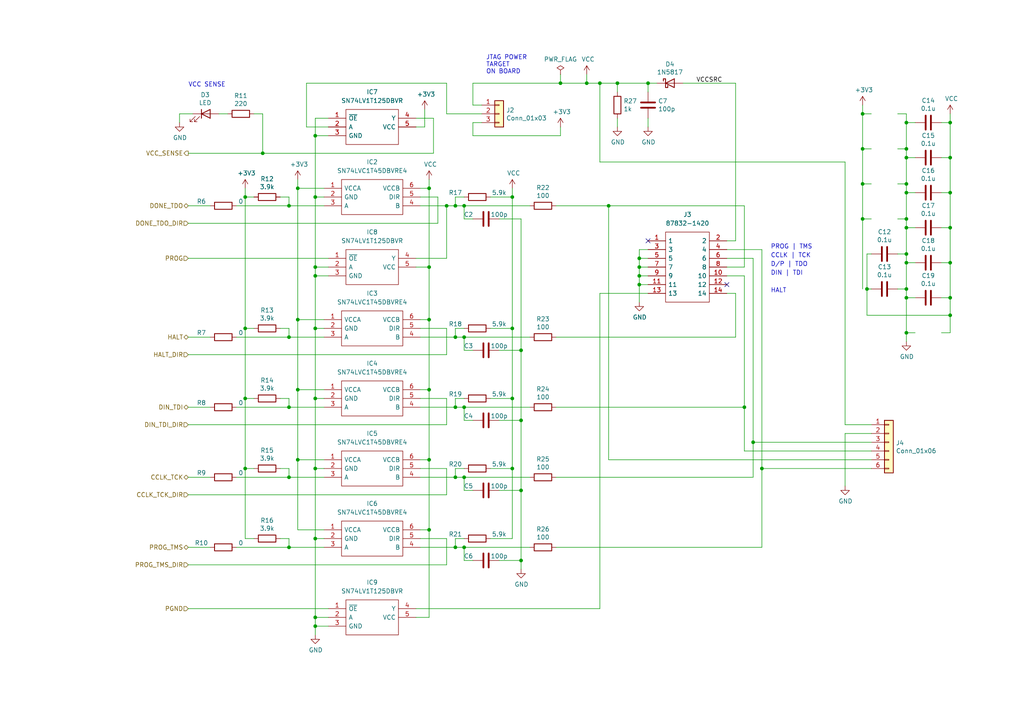
<source format=kicad_sch>
(kicad_sch (version 20211123) (generator eeschema)
  (paper "A4")
  (lib_symbols
    (symbol "87832-1420_1" (pin_names (offset 0.762))
      (property "Reference" "J" (at 19.05 7.62 0))
      (property "Value" "87832-1420_1" (at 19.05 5.08 0))
      (symbol "87832-1420_1_0_0"
        (pin passive line (at 0 0 0) (length 5.08) (name "1") (number "1"))
        (pin passive line (at 22.86 -10.16 180) (length 5.08) (name "10") (number "10"))
        (pin passive line (at 0 -12.7 0) (length 5.08) (name "11") (number "11"))
        (pin passive line (at 22.86 -12.7 180) (length 5.08) (name "12") (number "12"))
        (pin passive line (at 0 -15.24 0) (length 5.08) (name "13") (number "13"))
        (pin passive line (at 22.86 -15.24 180) (length 5.08) (name "14") (number "14"))
        (pin passive line (at 22.86 0 180) (length 5.08) (name "2") (number "2"))
        (pin passive line (at 0 -2.54 0) (length 5.08) (name "3") (number "3"))
        (pin passive line (at 22.86 -2.54 180) (length 5.08) (name "4") (number "4"))
        (pin passive line (at 0 -5.08 0) (length 5.08) (name "5") (number "5"))
        (pin passive line (at 22.86 -5.08 180) (length 5.08) (name "6") (number "6"))
        (pin passive line (at 0 -7.62 0) (length 5.08) (name "7") (number "7"))
        (pin passive line (at 22.86 -7.62 180) (length 5.08) (name "8") (number "8"))
        (pin passive line (at 0 -10.16 0) (length 5.08) (name "9") (number "9"))
      )
      (symbol "87832-1420_1_0_1"
        (polyline (pts (xy 5.08 2.54) (xy 17.78 2.54) (xy 17.78 -17.78) (xy 5.08 -17.78) (xy 5.08 2.54)) (stroke (width 0.1524)))
      )
    )
    (symbol "Connector_Generic:Conn_01x03" (pin_names (offset 1.016) hide)
      (property "Reference" "J" (at 0 5.08 0))
      (property "Value" "Conn_01x03" (at 0 -5.08 0))
      (symbol "Conn_01x03_1_1"
        (rectangle (start -1.27 -2.413) (end 0 -2.667) (stroke (width 0.1524)))
        (rectangle (start -1.27 0.127) (end 0 -0.127) (stroke (width 0.1524)))
        (rectangle (start -1.27 2.667) (end 0 2.413) (stroke (width 0.1524)))
        (rectangle (start -1.27 3.81) (end 1.27 -3.81) (stroke (width 0.254)) (fill (type background)))
        (pin passive line (at -5.08 2.54 0) (length 3.81) (name "Pin_1") (number "1"))
        (pin passive line (at -5.08 0 0) (length 3.81) (name "Pin_2") (number "2"))
        (pin passive line (at -5.08 -2.54 0) (length 3.81) (name "Pin_3") (number "3"))
      )
    )
    (symbol "Connector_Generic:Conn_01x06" (pin_names (offset 1.016) hide)
      (property "Reference" "J" (at 0 7.62 0))
      (property "Value" "Conn_01x06" (at 0 -10.16 0))
      (symbol "Conn_01x06_1_1"
        (rectangle (start -1.27 -7.493) (end 0 -7.747) (stroke (width 0.1524)))
        (rectangle (start -1.27 -4.953) (end 0 -5.207) (stroke (width 0.1524)))
        (rectangle (start -1.27 -2.413) (end 0 -2.667) (stroke (width 0.1524)))
        (rectangle (start -1.27 0.127) (end 0 -0.127) (stroke (width 0.1524)))
        (rectangle (start -1.27 2.667) (end 0 2.413) (stroke (width 0.1524)))
        (rectangle (start -1.27 5.207) (end 0 4.953) (stroke (width 0.1524)))
        (rectangle (start -1.27 6.35) (end 1.27 -8.89) (stroke (width 0.254)) (fill (type background)))
        (pin passive line (at -5.08 5.08 0) (length 3.81) (name "Pin_1") (number "1"))
        (pin passive line (at -5.08 2.54 0) (length 3.81) (name "Pin_2") (number "2"))
        (pin passive line (at -5.08 0 0) (length 3.81) (name "Pin_3") (number "3"))
        (pin passive line (at -5.08 -2.54 0) (length 3.81) (name "Pin_4") (number "4"))
        (pin passive line (at -5.08 -5.08 0) (length 3.81) (name "Pin_5") (number "5"))
        (pin passive line (at -5.08 -7.62 0) (length 3.81) (name "Pin_6") (number "6"))
      )
    )
    (symbol "Device:C" (pin_numbers hide) (pin_names (offset 0.254))
      (property "Reference" "C" (at 0.635 2.54 0))
      (property "Value" "C" (at 0.635 -2.54 0))
      (symbol "C_0_1"
        (polyline (pts (xy -2.032 -0.762) (xy 2.032 -0.762)) (stroke (width 0.508)))
        (polyline (pts (xy -2.032 0.762) (xy 2.032 0.762)) (stroke (width 0.508)))
      )
      (symbol "C_1_1"
        (pin passive line (at 0 3.81 270) (length 2.794) (name "~") (number "1"))
        (pin passive line (at 0 -3.81 90) (length 2.794) (name "~") (number "2"))
      )
    )
    (symbol "Device:LED" (pin_numbers hide) (pin_names (offset 1.016) hide)
      (property "Reference" "D" (at 0 2.54 0))
      (property "Value" "LED" (at 0 -2.54 0))
      (symbol "LED_0_1"
        (polyline (pts (xy -1.27 -1.27) (xy -1.27 1.27)) (stroke (width 0.254)))
        (polyline (pts (xy -1.27 0) (xy 1.27 0)))
        (polyline (pts (xy 1.27 -1.27) (xy 1.27 1.27) (xy -1.27 0) (xy 1.27 -1.27)) (stroke (width 0.254)))
        (polyline (pts (xy -3.048 -0.762) (xy -4.572 -2.286) (xy -3.81 -2.286) (xy -4.572 -2.286) (xy -4.572 -1.524)))
        (polyline (pts (xy -1.778 -0.762) (xy -3.302 -2.286) (xy -2.54 -2.286) (xy -3.302 -2.286) (xy -3.302 -1.524)))
      )
      (symbol "LED_1_1"
        (pin passive line (at -3.81 0 0) (length 2.54) (name "K") (number "1"))
        (pin passive line (at 3.81 0 180) (length 2.54) (name "A") (number "2"))
      )
    )
    (symbol "Device:R" (pin_numbers hide) (pin_names (offset 0))
      (property "Reference" "R" (at 2.032 0 90))
      (property "Value" "R" (at 0 0 90))
      (symbol "R_0_1"
        (rectangle (start -1.016 -2.54) (end 1.016 2.54) (stroke (width 0.254)))
      )
      (symbol "R_1_1"
        (pin passive line (at 0 3.81 270) (length 1.27) (name "~") (number "1"))
        (pin passive line (at 0 -3.81 90) (length 1.27) (name "~") (number "2"))
      )
    )
    (symbol "Diode:1N5817" (pin_numbers hide) (pin_names (offset 1.016) hide)
      (property "Reference" "D" (at 0 2.54 0))
      (property "Value" "1N5817" (at 0 -2.54 0))
      (symbol "1N5817_0_1"
        (polyline (pts (xy 1.27 0) (xy -1.27 0)))
        (polyline (pts (xy 1.27 1.27) (xy 1.27 -1.27) (xy -1.27 0) (xy 1.27 1.27)) (stroke (width 0.254)))
        (polyline (pts (xy -1.905 0.635) (xy -1.905 1.27) (xy -1.27 1.27) (xy -1.27 -1.27) (xy -0.635 -1.27) (xy -0.635 -0.635)) (stroke (width 0.254)))
      )
      (symbol "1N5817_1_1"
        (pin passive line (at -3.81 0 0) (length 2.54) (name "K") (number "1"))
        (pin passive line (at 3.81 0 180) (length 2.54) (name "A") (number "2"))
      )
    )
    (symbol "SN74LV1T125DBVR_1" (pin_names (offset 0.762))
      (property "Reference" "IC" (at 21.59 7.62 0))
      (property "Value" "SN74LV1T125DBVR_1" (at 21.59 5.08 0))
      (symbol "SN74LV1T125DBVR_1_0_0"
        (pin passive line (at 0 0 0) (length 5.08) (name "~{OE}") (number "1"))
        (pin passive line (at 0 -2.54 0) (length 5.08) (name "A") (number "2"))
        (pin passive line (at 0 -5.08 0) (length 5.08) (name "GND") (number "3"))
        (pin passive line (at 25.4 0 180) (length 5.08) (name "Y") (number "4"))
        (pin passive line (at 25.4 -2.54 180) (length 5.08) (name "VCC") (number "5"))
      )
      (symbol "SN74LV1T125DBVR_1_0_1"
        (polyline (pts (xy 5.08 2.54) (xy 20.32 2.54) (xy 20.32 -7.62) (xy 5.08 -7.62) (xy 5.08 2.54)) (stroke (width 0.1524)))
      )
    )
    (symbol "SN74LVC1T45DBVRE4_1" (pin_names (offset 0.762))
      (property "Reference" "IC" (at 24.13 7.62 0))
      (property "Value" "SN74LVC1T45DBVRE4_1" (at 24.13 5.08 0))
      (symbol "SN74LVC1T45DBVRE4_1_0_0"
        (pin passive line (at 0 0 0) (length 5.08) (name "VCCA") (number "1"))
        (pin passive line (at 0 -2.54 0) (length 5.08) (name "GND") (number "2"))
        (pin passive line (at 0 -5.08 0) (length 5.08) (name "A") (number "3"))
        (pin passive line (at 27.94 -5.08 180) (length 5.08) (name "B") (number "4"))
        (pin passive line (at 27.94 -2.54 180) (length 5.08) (name "DIR") (number "5"))
        (pin passive line (at 27.94 0 180) (length 5.08) (name "VCCB") (number "6"))
      )
      (symbol "SN74LVC1T45DBVRE4_1_0_1"
        (polyline (pts (xy 5.08 2.54) (xy 22.86 2.54) (xy 22.86 -7.62) (xy 5.08 -7.62) (xy 5.08 2.54)) (stroke (width 0.1524)))
      )
    )
    (symbol "power:+3.3V" (power) (pin_names (offset 0))
      (property "Value" "+3.3V" (at 0 3.556 0))
      (symbol "+3.3V_0_1"
        (polyline (pts (xy -0.762 1.27) (xy 0 2.54)))
        (polyline (pts (xy 0 0) (xy 0 2.54)))
        (polyline (pts (xy 0 2.54) (xy 0.762 1.27)))
      )
      (symbol "+3.3V_1_1"
        (pin power_in line (at 0 0 90) (length 0) hide (name "+3V3") (number "1"))
      )
    )
    (symbol "power:GND" (power) (pin_names (offset 0))
      (property "Value" "GND" (at 0 -3.81 0))
      (symbol "GND_0_1"
        (polyline (pts (xy 0 0) (xy 0 -1.27) (xy 1.27 -1.27) (xy 0 -2.54) (xy -1.27 -1.27) (xy 0 -1.27)))
      )
      (symbol "GND_1_1"
        (pin power_in line (at 0 0 270) (length 0) hide (name "GND") (number "1"))
      )
    )
    (symbol "power:PWR_FLAG" (power) (pin_numbers hide) (pin_names (offset 0) hide)
      (property "Value" "PWR_FLAG" (at 0 3.81 0))
      (symbol "PWR_FLAG_0_0"
        (pin power_out line (at 0 0 90) (length 0) (name "pwr") (number "1"))
      )
      (symbol "PWR_FLAG_0_1"
        (polyline (pts (xy 0 0) (xy 0 1.27) (xy -1.016 1.905) (xy 0 2.54) (xy 1.016 1.905) (xy 0 1.27)))
      )
    )
    (symbol "power:VCC" (power) (pin_names (offset 0))
      (property "Value" "VCC" (at 0 3.81 0))
      (symbol "VCC_0_1"
        (polyline (pts (xy -0.762 1.27) (xy 0 2.54)))
        (polyline (pts (xy 0 0) (xy 0 2.54)))
        (polyline (pts (xy 0 2.54) (xy 0.762 1.27)))
      )
      (symbol "VCC_1_1"
        (pin power_in line (at 0 0 90) (length 0) hide (name "VCC") (number "1"))
      )
    )
  )
  (junction (at 134.62 97.79))
  (junction (at 151.13 142.24))
  (junction (at 262.89 53.34))
  (junction (at 124.46 92.71))
  (junction (at 148.59 115.57))
  (junction (at 262.89 66.04))
  (junction (at 262.89 55.88))
  (junction (at 250.19 33.02))
  (junction (at 262.89 45.72))
  (junction (at 187.96 24.13))
  (junction (at 86.36 133.35))
  (junction (at 132.08 158.75))
  (junction (at 83.82 118.11))
  (junction (at 151.13 101.6))
  (junction (at 275.59 91.44))
  (junction (at 83.82 138.43))
  (junction (at 262.89 83.82))
  (junction (at 275.59 35.56))
  (junction (at 215.9 118.11))
  (junction (at 91.44 156.21))
  (junction (at 134.62 59.69))
  (junction (at 262.89 86.36))
  (junction (at 148.59 135.89))
  (junction (at 170.18 24.13))
  (junction (at 91.44 95.25))
  (junction (at 76.2 44.45))
  (junction (at 132.08 138.43))
  (junction (at 262.89 63.5))
  (junction (at 176.53 59.69))
  (junction (at 151.13 121.92))
  (junction (at 262.89 73.66))
  (junction (at 71.12 115.57))
  (junction (at 218.44 128.27))
  (junction (at 124.46 133.35))
  (junction (at 262.89 43.18))
  (junction (at 185.42 82.55))
  (junction (at 71.12 57.15))
  (junction (at 173.99 24.13))
  (junction (at 91.44 115.57))
  (junction (at 251.46 83.82))
  (junction (at 185.42 77.47))
  (junction (at 275.59 76.2))
  (junction (at 83.82 59.69))
  (junction (at 124.46 113.03))
  (junction (at 275.59 66.04))
  (junction (at 91.44 179.07))
  (junction (at 275.59 86.36))
  (junction (at 134.62 138.43))
  (junction (at 86.36 113.03))
  (junction (at 124.46 77.47))
  (junction (at 83.82 97.79))
  (junction (at 134.62 118.11))
  (junction (at 162.56 24.13))
  (junction (at 91.44 135.89))
  (junction (at 151.13 162.56))
  (junction (at 91.44 39.37))
  (junction (at 275.59 55.88))
  (junction (at 148.59 57.15))
  (junction (at 134.62 158.75))
  (junction (at 220.98 135.89))
  (junction (at 129.54 59.69))
  (junction (at 91.44 181.61))
  (junction (at 275.59 45.72))
  (junction (at 132.08 118.11))
  (junction (at 124.46 153.67))
  (junction (at 71.12 95.25))
  (junction (at 262.89 96.52))
  (junction (at 124.46 54.61))
  (junction (at 179.07 24.13))
  (junction (at 262.89 76.2))
  (junction (at 250.19 43.18))
  (junction (at 262.89 35.56))
  (junction (at 83.82 158.75))
  (junction (at 185.42 80.01))
  (junction (at 132.08 59.69))
  (junction (at 71.12 135.89))
  (junction (at 91.44 57.15))
  (junction (at 91.44 77.47))
  (junction (at 250.19 53.34))
  (junction (at 185.42 74.93))
  (junction (at 91.44 80.01))
  (junction (at 148.59 95.25))
  (junction (at 86.36 54.61))
  (junction (at 86.36 92.71))
  (junction (at 132.08 97.79))
  (junction (at 250.19 63.5))
  (no_connect (at 187.96 69.85))
  (no_connect (at 210.82 82.55))
  (wire (pts (xy 60.96 97.79) (xy 54.61 97.79)))
  (wire (pts (xy 129.54 135.89) (xy 129.54 143.51)))
  (wire (pts (xy 121.92 59.69) (xy 129.54 59.69)))
  (wire (pts (xy 265.43 76.2) (xy 262.89 76.2)))
  (wire (pts (xy 137.16 142.24) (xy 134.62 142.24)))
  (wire (pts (xy 173.99 46.99) (xy 173.99 24.13)))
  (wire (pts (xy 220.98 72.39) (xy 220.98 135.89)))
  (wire (pts (xy 83.82 97.79) (xy 68.58 97.79)))
  (wire (pts (xy 252.73 63.5) (xy 250.19 63.5)))
  (wire (pts (xy 260.35 83.82) (xy 262.89 83.82)))
  (wire (pts (xy 187.96 34.29) (xy 187.96 36.83)))
  (wire (pts (xy 265.43 86.36) (xy 262.89 86.36)))
  (wire (pts (xy 210.82 72.39) (xy 220.98 72.39)))
  (wire (pts (xy 73.66 57.15) (xy 71.12 57.15)))
  (wire (pts (xy 137.16 35.56) (xy 137.16 39.37)))
  (wire (pts (xy 88.9 36.83) (xy 95.25 36.83)))
  (wire (pts (xy 120.65 74.93) (xy 129.54 74.93)))
  (wire (pts (xy 260.35 33.02) (xy 262.89 33.02)))
  (wire (pts (xy 144.78 121.92) (xy 151.13 121.92)))
  (wire (pts (xy 262.89 86.36) (xy 262.89 96.52)))
  (wire (pts (xy 250.19 53.34) (xy 250.19 43.18)))
  (wire (pts (xy 185.42 80.01) (xy 185.42 82.55)))
  (wire (pts (xy 86.36 153.67) (xy 86.36 133.35)))
  (wire (pts (xy 83.82 59.69) (xy 93.98 59.69)))
  (wire (pts (xy 260.35 63.5) (xy 262.89 63.5)))
  (wire (pts (xy 173.99 176.53) (xy 173.99 85.09)))
  (wire (pts (xy 151.13 142.24) (xy 151.13 162.56)))
  (wire (pts (xy 137.16 121.92) (xy 134.62 121.92)))
  (wire (pts (xy 262.89 43.18) (xy 262.89 45.72)))
  (wire (pts (xy 179.07 24.13) (xy 187.96 24.13)))
  (wire (pts (xy 151.13 63.5) (xy 151.13 101.6)))
  (wire (pts (xy 148.59 95.25) (xy 148.59 115.57)))
  (wire (pts (xy 86.36 113.03) (xy 86.36 92.71)))
  (wire (pts (xy 151.13 162.56) (xy 151.13 165.1)))
  (wire (pts (xy 187.96 74.93) (xy 185.42 74.93)))
  (wire (pts (xy 54.61 44.45) (xy 76.2 44.45)))
  (wire (pts (xy 161.29 97.79) (xy 213.36 97.79)))
  (wire (pts (xy 148.59 135.89) (xy 148.59 156.21)))
  (wire (pts (xy 120.65 34.29) (xy 125.73 34.29)))
  (wire (pts (xy 132.08 97.79) (xy 134.62 97.79)))
  (wire (pts (xy 91.44 115.57) (xy 91.44 135.89)))
  (wire (pts (xy 83.82 158.75) (xy 93.98 158.75)))
  (wire (pts (xy 139.7 30.48) (xy 137.16 30.48)))
  (wire (pts (xy 198.12 24.13) (xy 213.36 24.13)))
  (wire (pts (xy 124.46 92.71) (xy 124.46 113.03)))
  (wire (pts (xy 252.73 128.27) (xy 218.44 128.27)))
  (wire (pts (xy 81.28 135.89) (xy 83.82 135.89)))
  (wire (pts (xy 73.66 95.25) (xy 71.12 95.25)))
  (wire (pts (xy 262.89 63.5) (xy 262.89 66.04)))
  (wire (pts (xy 252.73 135.89) (xy 220.98 135.89)))
  (wire (pts (xy 265.43 66.04) (xy 262.89 66.04)))
  (wire (pts (xy 185.42 74.93) (xy 185.42 77.47)))
  (wire (pts (xy 125.73 34.29) (xy 125.73 44.45)))
  (wire (pts (xy 134.62 63.5) (xy 134.62 59.69)))
  (wire (pts (xy 55.88 33.02) (xy 52.07 33.02)))
  (wire (pts (xy 275.59 45.72) (xy 275.59 55.88)))
  (wire (pts (xy 86.36 133.35) (xy 86.36 113.03)))
  (wire (pts (xy 88.9 24.13) (xy 129.54 24.13)))
  (wire (pts (xy 60.96 138.43) (xy 54.61 138.43)))
  (wire (pts (xy 121.92 133.35) (xy 124.46 133.35)))
  (wire (pts (xy 262.89 35.56) (xy 262.89 43.18)))
  (wire (pts (xy 71.12 95.25) (xy 71.12 115.57)))
  (wire (pts (xy 54.61 163.83) (xy 129.54 163.83)))
  (wire (pts (xy 142.24 57.15) (xy 148.59 57.15)))
  (wire (pts (xy 275.59 35.56) (xy 275.59 45.72)))
  (wire (pts (xy 121.92 92.71) (xy 124.46 92.71)))
  (wire (pts (xy 120.65 77.47) (xy 124.46 77.47)))
  (wire (pts (xy 185.42 72.39) (xy 185.42 74.93)))
  (wire (pts (xy 134.62 59.69) (xy 132.08 59.69)))
  (wire (pts (xy 83.82 135.89) (xy 83.82 138.43)))
  (wire (pts (xy 52.07 33.02) (xy 52.07 35.56)))
  (wire (pts (xy 134.62 115.57) (xy 132.08 115.57)))
  (wire (pts (xy 91.44 156.21) (xy 91.44 179.07)))
  (wire (pts (xy 273.05 45.72) (xy 275.59 45.72)))
  (wire (pts (xy 73.66 115.57) (xy 71.12 115.57)))
  (wire (pts (xy 93.98 118.11) (xy 83.82 118.11)))
  (wire (pts (xy 245.11 46.99) (xy 245.11 123.19)))
  (wire (pts (xy 54.61 143.51) (xy 129.54 143.51)))
  (wire (pts (xy 132.08 59.69) (xy 129.54 59.69)))
  (wire (pts (xy 252.73 123.19) (xy 245.11 123.19)))
  (wire (pts (xy 265.43 96.52) (xy 262.89 96.52)))
  (wire (pts (xy 161.29 59.69) (xy 176.53 59.69)))
  (wire (pts (xy 83.82 97.79) (xy 83.82 95.25)))
  (wire (pts (xy 134.62 101.6) (xy 134.62 97.79)))
  (wire (pts (xy 54.61 123.19) (xy 129.54 123.19)))
  (wire (pts (xy 262.89 83.82) (xy 262.89 86.36)))
  (wire (pts (xy 129.54 33.02) (xy 139.7 33.02)))
  (wire (pts (xy 215.9 130.81) (xy 215.9 118.11)))
  (wire (pts (xy 95.25 77.47) (xy 91.44 77.47)))
  (wire (pts (xy 54.61 102.87) (xy 129.54 102.87)))
  (wire (pts (xy 134.62 97.79) (xy 153.67 97.79)))
  (wire (pts (xy 262.89 96.52) (xy 262.89 99.06)))
  (wire (pts (xy 179.07 26.67) (xy 179.07 24.13)))
  (wire (pts (xy 120.65 176.53) (xy 173.99 176.53)))
  (wire (pts (xy 93.98 153.67) (xy 86.36 153.67)))
  (wire (pts (xy 83.82 97.79) (xy 93.98 97.79)))
  (wire (pts (xy 250.19 43.18) (xy 250.19 33.02)))
  (wire (pts (xy 187.96 77.47) (xy 185.42 77.47)))
  (wire (pts (xy 121.92 54.61) (xy 124.46 54.61)))
  (wire (pts (xy 252.73 83.82) (xy 251.46 83.82)))
  (wire (pts (xy 262.89 33.02) (xy 262.89 35.56)))
  (wire (pts (xy 91.44 135.89) (xy 91.44 156.21)))
  (wire (pts (xy 63.5 33.02) (xy 66.04 33.02)))
  (wire (pts (xy 93.98 156.21) (xy 91.44 156.21)))
  (wire (pts (xy 93.98 92.71) (xy 86.36 92.71)))
  (wire (pts (xy 176.53 133.35) (xy 176.53 59.69)))
  (wire (pts (xy 86.36 92.71) (xy 86.36 54.61)))
  (wire (pts (xy 129.54 156.21) (xy 129.54 163.83)))
  (wire (pts (xy 129.54 74.93) (xy 129.54 59.69)))
  (wire (pts (xy 86.36 54.61) (xy 86.36 52.07)))
  (wire (pts (xy 71.12 135.89) (xy 71.12 156.21)))
  (wire (pts (xy 162.56 24.13) (xy 170.18 24.13)))
  (wire (pts (xy 218.44 74.93) (xy 210.82 74.93)))
  (wire (pts (xy 252.73 73.66) (xy 251.46 73.66)))
  (wire (pts (xy 218.44 128.27) (xy 218.44 74.93)))
  (wire (pts (xy 124.46 52.07) (xy 124.46 54.61)))
  (wire (pts (xy 91.44 34.29) (xy 91.44 39.37)))
  (wire (pts (xy 170.18 21.59) (xy 170.18 24.13)))
  (wire (pts (xy 185.42 77.47) (xy 185.42 80.01)))
  (wire (pts (xy 93.98 133.35) (xy 86.36 133.35)))
  (wire (pts (xy 132.08 135.89) (xy 132.08 138.43)))
  (wire (pts (xy 121.92 57.15) (xy 127 57.15)))
  (wire (pts (xy 173.99 24.13) (xy 179.07 24.13)))
  (wire (pts (xy 73.66 135.89) (xy 71.12 135.89)))
  (wire (pts (xy 185.42 82.55) (xy 185.42 87.63)))
  (wire (pts (xy 54.61 176.53) (xy 95.25 176.53)))
  (wire (pts (xy 151.13 162.56) (xy 144.78 162.56)))
  (wire (pts (xy 137.16 24.13) (xy 162.56 24.13)))
  (wire (pts (xy 252.73 43.18) (xy 250.19 43.18)))
  (wire (pts (xy 123.19 36.83) (xy 123.19 31.75)))
  (wire (pts (xy 71.12 57.15) (xy 71.12 95.25)))
  (wire (pts (xy 273.05 35.56) (xy 275.59 35.56)))
  (wire (pts (xy 121.92 156.21) (xy 129.54 156.21)))
  (wire (pts (xy 54.61 59.69) (xy 60.96 59.69)))
  (wire (pts (xy 91.44 179.07) (xy 91.44 181.61)))
  (wire (pts (xy 134.62 135.89) (xy 132.08 135.89)))
  (wire (pts (xy 148.59 54.61) (xy 148.59 57.15)))
  (wire (pts (xy 127 57.15) (xy 127 64.77)))
  (wire (pts (xy 95.25 80.01) (xy 91.44 80.01)))
  (wire (pts (xy 95.25 34.29) (xy 91.44 34.29)))
  (wire (pts (xy 121.92 113.03) (xy 124.46 113.03)))
  (wire (pts (xy 95.25 39.37) (xy 91.44 39.37)))
  (wire (pts (xy 76.2 44.45) (xy 125.73 44.45)))
  (wire (pts (xy 275.59 55.88) (xy 275.59 66.04)))
  (wire (pts (xy 124.46 179.07) (xy 124.46 153.67)))
  (wire (pts (xy 121.92 95.25) (xy 129.54 95.25)))
  (wire (pts (xy 129.54 115.57) (xy 129.54 123.19)))
  (wire (pts (xy 220.98 158.75) (xy 161.29 158.75)))
  (wire (pts (xy 144.78 63.5) (xy 151.13 63.5)))
  (wire (pts (xy 132.08 138.43) (xy 134.62 138.43)))
  (wire (pts (xy 124.46 77.47) (xy 124.46 92.71)))
  (wire (pts (xy 54.61 64.77) (xy 127 64.77)))
  (wire (pts (xy 95.25 179.07) (xy 91.44 179.07)))
  (wire (pts (xy 262.89 66.04) (xy 262.89 73.66)))
  (wire (pts (xy 71.12 54.61) (xy 71.12 57.15)))
  (wire (pts (xy 245.11 46.99) (xy 173.99 46.99)))
  (wire (pts (xy 132.08 118.11) (xy 121.92 118.11)))
  (wire (pts (xy 250.19 33.02) (xy 250.19 30.48)))
  (wire (pts (xy 83.82 156.21) (xy 83.82 158.75)))
  (wire (pts (xy 91.44 39.37) (xy 91.44 57.15)))
  (wire (pts (xy 151.13 101.6) (xy 151.13 121.92)))
  (wire (pts (xy 76.2 33.02) (xy 76.2 44.45)))
  (wire (pts (xy 83.82 115.57) (xy 81.28 115.57)))
  (wire (pts (xy 252.73 33.02) (xy 250.19 33.02)))
  (wire (pts (xy 162.56 21.59) (xy 162.56 24.13)))
  (wire (pts (xy 137.16 101.6) (xy 134.62 101.6)))
  (wire (pts (xy 124.46 113.03) (xy 124.46 133.35)))
  (wire (pts (xy 151.13 121.92) (xy 151.13 142.24)))
  (wire (pts (xy 134.62 138.43) (xy 153.67 138.43)))
  (wire (pts (xy 134.62 156.21) (xy 132.08 156.21)))
  (wire (pts (xy 83.82 138.43) (xy 68.58 138.43)))
  (wire (pts (xy 153.67 59.69) (xy 134.62 59.69)))
  (wire (pts (xy 173.99 85.09) (xy 187.96 85.09)))
  (wire (pts (xy 213.36 85.09) (xy 210.82 85.09)))
  (wire (pts (xy 262.89 76.2) (xy 262.89 83.82)))
  (wire (pts (xy 262.89 53.34) (xy 262.89 55.88)))
  (wire (pts (xy 265.43 45.72) (xy 262.89 45.72)))
  (wire (pts (xy 252.73 125.73) (xy 245.11 125.73)))
  (wire (pts (xy 262.89 55.88) (xy 262.89 63.5)))
  (wire (pts (xy 121.92 135.89) (xy 129.54 135.89)))
  (wire (pts (xy 213.36 97.79) (xy 213.36 85.09)))
  (wire (pts (xy 93.98 113.03) (xy 86.36 113.03)))
  (wire (pts (xy 265.43 55.88) (xy 262.89 55.88)))
  (wire (pts (xy 218.44 138.43) (xy 218.44 128.27)))
  (wire (pts (xy 121.92 138.43) (xy 132.08 138.43)))
  (wire (pts (xy 262.89 45.72) (xy 262.89 53.34)))
  (wire (pts (xy 121.92 97.79) (xy 132.08 97.79)))
  (wire (pts (xy 176.53 59.69) (xy 215.9 59.69)))
  (wire (pts (xy 54.61 74.93) (xy 95.25 74.93)))
  (wire (pts (xy 273.05 66.04) (xy 275.59 66.04)))
  (wire (pts (xy 68.58 118.11) (xy 83.82 118.11)))
  (wire (pts (xy 124.46 54.61) (xy 124.46 77.47)))
  (wire (pts (xy 134.62 162.56) (xy 134.62 158.75)))
  (wire (pts (xy 148.59 115.57) (xy 148.59 135.89)))
  (wire (pts (xy 250.19 63.5) (xy 250.19 83.82)))
  (wire (pts (xy 179.07 34.29) (xy 179.07 36.83)))
  (wire (pts (xy 187.96 80.01) (xy 185.42 80.01)))
  (wire (pts (xy 132.08 57.15) (xy 132.08 59.69)))
  (wire (pts (xy 273.05 55.88) (xy 275.59 55.88)))
  (wire (pts (xy 273.05 76.2) (xy 275.59 76.2)))
  (wire (pts (xy 260.35 73.66) (xy 262.89 73.66)))
  (wire (pts (xy 93.98 115.57) (xy 91.44 115.57)))
  (wire (pts (xy 251.46 91.44) (xy 275.59 91.44)))
  (wire (pts (xy 137.16 39.37) (xy 162.56 39.37)))
  (wire (pts (xy 83.82 118.11) (xy 83.82 115.57)))
  (wire (pts (xy 83.82 138.43) (xy 93.98 138.43)))
  (wire (pts (xy 245.11 125.73) (xy 245.11 140.97)))
  (wire (pts (xy 93.98 135.89) (xy 91.44 135.89)))
  (wire (pts (xy 142.24 95.25) (xy 148.59 95.25)))
  (wire (pts (xy 134.62 57.15) (xy 132.08 57.15)))
  (wire (pts (xy 148.59 57.15) (xy 148.59 95.25)))
  (wire (pts (xy 273.05 86.36) (xy 275.59 86.36)))
  (wire (pts (xy 220.98 135.89) (xy 220.98 158.75)))
  (wire (pts (xy 134.62 118.11) (xy 132.08 118.11)))
  (wire (pts (xy 210.82 69.85) (xy 213.36 69.85)))
  (wire (pts (xy 81.28 57.15) (xy 83.82 57.15)))
  (wire (pts (xy 187.96 24.13) (xy 190.5 24.13)))
  (wire (pts (xy 251.46 83.82) (xy 251.46 91.44)))
  (wire (pts (xy 275.59 91.44) (xy 275.59 96.52)))
  (wire (pts (xy 81.28 156.21) (xy 83.82 156.21)))
  (wire (pts (xy 144.78 101.6) (xy 151.13 101.6)))
  (wire (pts (xy 187.96 26.67) (xy 187.96 24.13)))
  (wire (pts (xy 93.98 54.61) (xy 86.36 54.61)))
  (wire (pts (xy 121.92 115.57) (xy 129.54 115.57)))
  (wire (pts (xy 68.58 59.69) (xy 83.82 59.69)))
  (wire (pts (xy 139.7 35.56) (xy 137.16 35.56)))
  (wire (pts (xy 91.44 57.15) (xy 91.44 77.47)))
  (wire (pts (xy 142.24 115.57) (xy 148.59 115.57)))
  (wire (pts (xy 137.16 30.48) (xy 137.16 24.13)))
  (wire (pts (xy 252.73 130.81) (xy 215.9 130.81)))
  (wire (pts (xy 137.16 63.5) (xy 134.62 63.5)))
  (wire (pts (xy 95.25 181.61) (xy 91.44 181.61)))
  (wire (pts (xy 91.44 77.47) (xy 91.44 80.01)))
  (wire (pts (xy 71.12 115.57) (xy 71.12 135.89)))
  (wire (pts (xy 83.82 95.25) (xy 81.28 95.25)))
  (wire (pts (xy 260.35 53.34) (xy 262.89 53.34)))
  (wire (pts (xy 275.59 33.02) (xy 275.59 35.56)))
  (wire (pts (xy 83.82 57.15) (xy 83.82 59.69)))
  (wire (pts (xy 161.29 138.43) (xy 218.44 138.43)))
  (wire (pts (xy 275.59 86.36) (xy 275.59 91.44)))
  (wire (pts (xy 134.62 121.92) (xy 134.62 118.11)))
  (wire (pts (xy 132.08 156.21) (xy 132.08 158.75)))
  (wire (pts (xy 120.65 179.07) (xy 124.46 179.07)))
  (wire (pts (xy 144.78 142.24) (xy 151.13 142.24)))
  (wire (pts (xy 91.44 95.25) (xy 91.44 115.57)))
  (wire (pts (xy 134.62 158.75) (xy 132.08 158.75)))
  (wire (pts (xy 187.96 82.55) (xy 185.42 82.55)))
  (wire (pts (xy 275.59 76.2) (xy 275.59 86.36)))
  (wire (pts (xy 153.67 158.75) (xy 134.62 158.75)))
  (wire (pts (xy 215.9 80.01) (xy 210.82 80.01)))
  (wire (pts (xy 260.35 43.18) (xy 262.89 43.18)))
  (wire (pts (xy 215.9 118.11) (xy 215.9 80.01)))
  (wire (pts (xy 124.46 153.67) (xy 121.92 153.67)))
  (wire (pts (xy 213.36 69.85) (xy 213.36 24.13)))
  (wire (pts (xy 148.59 156.21) (xy 142.24 156.21)))
  (wire (pts (xy 68.58 158.75) (xy 83.82 158.75)))
  (wire (pts (xy 71.12 156.21) (xy 73.66 156.21)))
  (wire (pts (xy 88.9 36.83) (xy 88.9 24.13)))
  (wire (pts (xy 132.08 115.57) (xy 132.08 118.11)))
  (wire (pts (xy 132.08 158.75) (xy 121.92 158.75)))
  (wire (pts (xy 93.98 57.15) (xy 91.44 57.15)))
  (wire (pts (xy 134.62 142.24) (xy 134.62 138.43)))
  (wire (pts (xy 153.67 118.11) (xy 134.62 118.11)))
  (wire (pts (xy 215.9 59.69) (xy 215.9 77.47)))
  (wire (pts (xy 137.16 162.56) (xy 134.62 162.56)))
  (wire (pts (xy 93.98 95.25) (xy 91.44 95.25)))
  (wire (pts (xy 134.62 95.25) (xy 132.08 95.25)))
  (wire (pts (xy 60.96 158.75) (xy 54.61 158.75)))
  (wire (pts (xy 215.9 77.47) (xy 210.82 77.47)))
  (wire (pts (xy 252.73 133.35) (xy 176.53 133.35)))
  (wire (pts (xy 275.59 96.52) (xy 273.05 96.52)))
  (wire (pts (xy 129.54 24.13) (xy 129.54 33.02)))
  (wire (pts (xy 129.54 95.25) (xy 129.54 102.87)))
  (wire (pts (xy 170.18 24.13) (xy 173.99 24.13)))
  (wire (pts (xy 91.44 80.01) (xy 91.44 95.25)))
  (wire (pts (xy 120.65 36.83) (xy 123.19 36.83)))
  (wire (pts (xy 161.29 118.11) (xy 215.9 118.11)))
  (wire (pts (xy 91.44 181.61) (xy 91.44 184.15)))
  (wire (pts (xy 124.46 133.35) (xy 124.46 153.67)))
  (wire (pts (xy 251.46 73.66) (xy 251.46 83.82)))
  (wire (pts (xy 265.43 35.56) (xy 262.89 35.56)))
  (wire (pts (xy 250.19 63.5) (xy 250.19 53.34)))
  (wire (pts (xy 252.73 53.34) (xy 250.19 53.34)))
  (wire (pts (xy 187.96 72.39) (xy 185.42 72.39)))
  (wire (pts (xy 162.56 39.37) (xy 162.56 36.83)))
  (wire (pts (xy 142.24 135.89) (xy 148.59 135.89)))
  (wire (pts (xy 275.59 66.04) (xy 275.59 76.2)))
  (wire (pts (xy 262.89 73.66) (xy 262.89 76.2)))
  (wire (pts (xy 132.08 95.25) (xy 132.08 97.79)))
  (wire (pts (xy 60.96 118.11) (xy 54.61 118.11)))
  (wire (pts (xy 73.66 33.02) (xy 76.2 33.02)))
  (text "DIN | TDI" (at 223.52 80.01 0) (effects (font (size 1.27 1.27)) (justify left bottom)))
  (text "VCC SENSE" (at 54.61 25.4 0) (effects (font (size 1.27 1.27)) (justify left bottom)))
  (text "D/P | TDO" (at 223.52 77.47 0) (effects (font (size 1.27 1.27)) (justify left bottom)))
  (text "JTAG POWER\nTARGET\nON BOARD" (at 140.97 21.59 0) (effects (font (size 1.27 1.27)) (justify left bottom)))
  (text "PROG | TMS" (at 223.52 72.39 0) (effects (font (size 1.27 1.27)) (justify left bottom)))
  (text "CCLK | TCK" (at 223.52 74.93 0) (effects (font (size 1.27 1.27)) (justify left bottom)))
  (text "HALT" (at 223.52 85.09 0) (effects (font (size 1.27 1.27)) (justify left bottom)))
  (label "VCCSRC" (at 201.93 24.13 0))
  (hierarchical_label "PROG_TMS_DIR" (shape input) (at 54.61 163.83 180))
  (hierarchical_label "DONE_TDO_DIR" (shape input) (at 54.61 64.77 180))
  (hierarchical_label "DIN_TDI_DIR" (shape input) (at 54.61 123.19 180))
  (hierarchical_label "PGND" (shape input) (at 54.61 176.53 180))
  (hierarchical_label "CCLK_TCK_DIR" (shape input) (at 54.61 143.51 180))
  (hierarchical_label "VCC_SENSE" (shape output) (at 54.61 44.45 180))
  (hierarchical_label "CCLK_TCK" (shape bidirectional) (at 54.61 138.43 180))
  (hierarchical_label "HALT_DIR" (shape input) (at 54.61 102.87 180))
  (hierarchical_label "PROG_TMS" (shape bidirectional) (at 54.61 158.75 180))
  (hierarchical_label "DONE_TDO" (shape bidirectional) (at 54.61 59.69 180))
  (hierarchical_label "HALT" (shape bidirectional) (at 54.61 97.79 180))
  (hierarchical_label "PROG" (shape input) (at 54.61 74.93 180))
  (hierarchical_label "DIN_TDI" (shape bidirectional) (at 54.61 118.11 180))
  (symbol (lib_id "power:+3.3V") (at 86.36 52.07 0) (unit 1)
    (property "Reference" "#PWR015" (effects hide))
    (property "Value" "+3.3V" (at 86.741 47.6758 0))
  )
  (symbol (lib_id "power:+3.3V") (at 123.19 31.75 0) (unit 1)
    (property "Reference" "#PWR017" (effects hide))
    (property "Value" "+3.3V" (at 123.571 27.3558 0))
  )
  (symbol (lib_id "Device:R") (at 157.48 59.69 270) (unit 1)
    (property "Reference" "R22" (at 157.48 54.4322 90))
    (property "Value" "100" (at 157.48 56.7436 90))
    (property "Footprint" "Resistor_SMD:R_0805_2012Metric_Pad1.20x1.40mm_HandSolder" (effects hide))
  )
  (symbol (lib_id "Device:R") (at 157.48 97.79 270) (unit 1)
    (property "Reference" "R23" (at 157.48 92.5322 90))
    (property "Value" "100" (at 157.48 94.8436 90))
    (property "Footprint" "Resistor_SMD:R_0805_2012Metric_Pad1.20x1.40mm_HandSolder" (effects hide))
  )
  (symbol (lib_id "power:GND") (at 151.13 165.1 0) (unit 1)
    (property "Reference" "#PWR020" (effects hide))
    (property "Value" "GND" (at 151.257 169.4942 0))
  )
  (symbol (lib_id "Device:R") (at 64.77 59.69 270) (unit 1)
    (property "Reference" "R6" (at 58.42 58.42 90))
    (property "Value" "0" (at 69.85 58.42 90))
    (property "Footprint" "Resistor_SMD:R_0805_2012Metric_Pad1.20x1.40mm_HandSolder" (effects hide))
  )
  (symbol (lib_id "Device:R") (at 64.77 97.79 270) (unit 1)
    (property "Reference" "R7" (at 58.42 96.52 90))
    (property "Value" "0" (at 69.85 96.52 90))
    (property "Footprint" "Resistor_SMD:R_0805_2012Metric_Pad1.20x1.40mm_HandSolder" (effects hide))
  )
  (symbol (lib_id "Device:R") (at 64.77 118.11 270) (unit 1)
    (property "Reference" "R8" (at 58.42 116.84 90))
    (property "Value" "0" (at 69.85 116.84 90))
    (property "Footprint" "Resistor_SMD:R_0805_2012Metric_Pad1.20x1.40mm_HandSolder" (effects hide))
  )
  (symbol (lib_id "Device:R") (at 64.77 138.43 270) (unit 1)
    (property "Reference" "R9" (at 58.42 137.16 90))
    (property "Value" "0" (at 69.85 137.16 90))
    (property "Footprint" "Resistor_SMD:R_0805_2012Metric_Pad1.20x1.40mm_HandSolder" (effects hide))
  )
  (symbol (lib_id "Device:R") (at 64.77 158.75 270) (unit 1)
    (property "Reference" "R10" (at 58.42 157.48 90))
    (property "Value" "0" (at 69.85 157.48 90))
    (property "Footprint" "Resistor_SMD:R_0805_2012Metric_Pad1.20x1.40mm_HandSolder" (effects hide))
  )
  (symbol (lib_id "Diode:1N5817") (at 194.31 24.13 0) (unit 1)
    (property "Reference" "D4" (at 194.31 18.6182 0))
    (property "Value" "1N5817" (at 194.31 20.9296 0))
    (property "Footprint" "Diode_THT:D_DO-41_SOD81_P10.16mm_Horizontal" (effects hide))
    (property "Datasheet" "http://www.vishay.com/docs/88525/1n5817.pdf" (effects hide))
  )
  (symbol (lib_id "power:VCC") (at 148.59 54.61 0) (unit 1)
    (property "Reference" "#PWR019" (effects hide))
    (property "Value" "VCC" (at 148.971 50.2158 0))
  )
  (symbol (lib_id "Connector_Generic:Conn_01x03") (at 144.78 33.02 0) (unit 1)
    (property "Reference" "J2" (at 146.812 31.9532 0) (effects (justify left)))
    (property "Value" "Conn_01x03" (at 146.812 34.2646 0) (effects (justify left)))
    (property "Footprint" "Connector_PinHeader_2.54mm:PinHeader_1x03_P2.54mm_Vertical" (effects hide))
  )
  (symbol (lib_id "power:GND") (at 91.44 184.15 0) (unit 1)
    (property "Reference" "#PWR016" (effects hide))
    (property "Value" "GND" (at 91.567 188.5442 0))
  )
  (symbol (lib_id "power:GND") (at 185.42 87.63 0) (unit 1)
    (property "Reference" "#PWR024" (effects hide))
    (property "Value" "GND" (at 185.547 92.0242 0))
  )
  (symbol (lib_id "power:VCC") (at 124.46 52.07 0) (unit 1)
    (property "Reference" "#PWR018" (effects hide))
    (property "Value" "VCC" (at 124.841 47.6758 0))
  )
  (symbol (lib_id "Device:R") (at 138.43 57.15 270) (unit 1)
    (property "Reference" "R17" (at 132.08 55.88 90))
    (property "Value" "5.9k" (at 144.78 55.88 90))
    (property "Footprint" "Resistor_SMD:R_0805_2012Metric_Pad1.20x1.40mm_HandSolder" (effects hide))
  )
  (symbol (lib_id "Device:C") (at 140.97 63.5 270) (unit 1)
    (property "Reference" "C2" (at 135.89 62.23 90))
    (property "Value" "100p" (at 144.78 62.23 90))
    (property "Footprint" "Capacitor_SMD:C_0805_2012Metric_Pad1.18x1.45mm_HandSolder" (effects hide))
  )
  (symbol (lib_id "Device:R") (at 138.43 95.25 270) (unit 1)
    (property "Reference" "R18" (at 132.08 93.98 90))
    (property "Value" "5.9k" (at 144.78 93.98 90))
    (property "Footprint" "Resistor_SMD:R_0805_2012Metric_Pad1.20x1.40mm_HandSolder" (effects hide))
  )
  (symbol (lib_id "Device:R") (at 138.43 115.57 270) (unit 1)
    (property "Reference" "R19" (at 132.08 114.3 90))
    (property "Value" "5.9k" (at 144.78 114.3 90))
    (property "Footprint" "Resistor_SMD:R_0805_2012Metric_Pad1.20x1.40mm_HandSolder" (effects hide))
  )
  (symbol (lib_id "Device:R") (at 138.43 135.89 270) (unit 1)
    (property "Reference" "R20" (at 132.08 134.62 90))
    (property "Value" "5.9k" (at 144.78 134.62 90))
    (property "Footprint" "Resistor_SMD:R_0805_2012Metric_Pad1.20x1.40mm_HandSolder" (effects hide))
  )
  (symbol (lib_id "Device:R") (at 138.43 156.21 270) (unit 1)
    (property "Reference" "R21" (at 132.08 154.94 90))
    (property "Value" "5.9k" (at 144.78 154.94 90))
    (property "Footprint" "Resistor_SMD:R_0805_2012Metric_Pad1.20x1.40mm_HandSolder" (effects hide))
  )
  (symbol (lib_id "Device:C") (at 140.97 101.6 270) (unit 1)
    (property "Reference" "C3" (at 135.89 100.33 90))
    (property "Value" "100p" (at 144.78 100.33 90))
    (property "Footprint" "Capacitor_SMD:C_0805_2012Metric_Pad1.18x1.45mm_HandSolder" (effects hide))
  )
  (symbol (lib_id "Device:C") (at 140.97 121.92 270) (unit 1)
    (property "Reference" "C4" (at 135.89 120.65 90))
    (property "Value" "100p" (at 144.78 120.65 90))
    (property "Footprint" "Capacitor_SMD:C_0805_2012Metric_Pad1.18x1.45mm_HandSolder" (effects hide))
  )
  (symbol (lib_id "Device:C") (at 140.97 142.24 270) (unit 1)
    (property "Reference" "C5" (at 135.89 140.97 90))
    (property "Value" "100p" (at 144.78 140.97 90))
    (property "Footprint" "Capacitor_SMD:C_0805_2012Metric_Pad1.18x1.45mm_HandSolder" (effects hide))
  )
  (symbol (lib_id "Device:C") (at 140.97 162.56 270) (unit 1)
    (property "Reference" "C6" (at 135.89 161.29 90))
    (property "Value" "100p" (at 144.78 161.29 90))
    (property "Footprint" "Capacitor_SMD:C_0805_2012Metric_Pad1.18x1.45mm_HandSolder" (effects hide))
  )
  (symbol (lib_id "power:+3.3V") (at 162.56 36.83 0) (unit 1)
    (property "Reference" "#PWR021" (effects hide))
    (property "Value" "+3.3V" (at 162.941 32.4358 0))
  )
  (symbol (lib_id "Connector_Generic:Conn_01x06") (at 257.81 128.27 0) (unit 1)
    (property "Reference" "J4" (at 259.842 128.4732 0) (effects (justify left)))
    (property "Value" "Conn_01x06" (at 259.842 130.7846 0) (effects (justify left)))
    (property "Footprint" "Connector_PinHeader_2.54mm:PinHeader_1x06_P2.54mm_Vertical" (effects hide))
  )
  (symbol (lib_id "Device:R") (at 157.48 118.11 270) (unit 1)
    (property "Reference" "R24" (at 157.48 112.8522 90))
    (property "Value" "100" (at 157.48 115.1636 90))
    (property "Footprint" "Resistor_SMD:R_0805_2012Metric_Pad1.20x1.40mm_HandSolder" (effects hide))
  )
  (symbol (lib_id "Device:R") (at 157.48 138.43 270) (unit 1)
    (property "Reference" "R25" (at 157.48 133.1722 90))
    (property "Value" "100" (at 157.48 135.4836 90))
    (property "Footprint" "Resistor_SMD:R_0805_2012Metric_Pad1.20x1.40mm_HandSolder" (effects hide))
  )
  (symbol (lib_id "Device:R") (at 157.48 158.75 270) (unit 1)
    (property "Reference" "R26" (at 157.48 153.4922 90))
    (property "Value" "100" (at 157.48 155.8036 90))
    (property "Footprint" "Resistor_SMD:R_0805_2012Metric_Pad1.20x1.40mm_HandSolder" (effects hide))
  )
  (symbol (lib_id "power:GND") (at 245.11 140.97 0) (unit 1)
    (property "Reference" "#PWR026" (effects hide))
    (property "Value" "GND" (at 245.237 145.3642 0))
  )
  (symbol (lib_id "Device:R") (at 77.47 57.15 270) (unit 1)
    (property "Reference" "R12" (at 77.47 51.8922 90))
    (property "Value" "3.9k" (at 77.47 54.2036 90))
    (property "Footprint" "Resistor_SMD:R_0805_2012Metric_Pad1.20x1.40mm_HandSolder" (effects hide))
  )
  (symbol (lib_id "Device:R") (at 77.47 95.25 270) (unit 1)
    (property "Reference" "R13" (at 77.47 89.9922 90))
    (property "Value" "3.9k" (at 77.47 92.3036 90))
    (property "Footprint" "Resistor_SMD:R_0805_2012Metric_Pad1.20x1.40mm_HandSolder" (effects hide))
  )
  (symbol (lib_id "Device:R") (at 77.47 115.57 270) (unit 1)
    (property "Reference" "R14" (at 77.47 110.3122 90))
    (property "Value" "3.9k" (at 77.47 112.6236 90))
    (property "Footprint" "Resistor_SMD:R_0805_2012Metric_Pad1.20x1.40mm_HandSolder" (effects hide))
  )
  (symbol (lib_id "Device:R") (at 77.47 135.89 270) (unit 1)
    (property "Reference" "R15" (at 77.47 130.6322 90))
    (property "Value" "3.9k" (at 77.47 132.9436 90))
    (property "Footprint" "Resistor_SMD:R_0805_2012Metric_Pad1.20x1.40mm_HandSolder" (effects hide))
  )
  (symbol (lib_id "Device:R") (at 77.47 156.21 270) (unit 1)
    (property "Reference" "R16" (at 77.47 150.9522 90))
    (property "Value" "3.9k" (at 77.47 153.2636 90))
    (property "Footprint" "Resistor_SMD:R_0805_2012Metric_Pad1.20x1.40mm_HandSolder" (effects hide))
  )
  (symbol (lib_id "Device:R") (at 179.07 30.48 0) (unit 1)
    (property "Reference" "R27" (at 180.848 29.3116 0) (effects (justify left)))
    (property "Value" "1k" (at 180.848 31.623 0) (effects (justify left)))
    (property "Footprint" "Resistor_SMD:R_0805_2012Metric_Pad1.20x1.40mm_HandSolder" (effects hide))
  )
  (symbol (lib_id "power:GND") (at 179.07 36.83 0) (unit 1)
    (property "Reference" "#PWR023" (effects hide))
    (property "Value" "GND" (at 179.197 41.2242 0))
  )
  (symbol (lib_id "power:+3.3V") (at 71.12 54.61 0) (unit 1)
    (property "Reference" "#PWR014" (effects hide))
    (property "Value" "+3.3V" (at 71.501 50.2158 0))
  )
  (symbol (lib_id "Device:C") (at 187.96 30.48 0) (unit 1)
    (property "Reference" "C7" (at 190.881 29.3116 0) (effects (justify left)))
    (property "Value" "100p" (at 190.881 31.623 0) (effects (justify left)))
    (property "Footprint" "Capacitor_SMD:C_0805_2012Metric_Pad1.18x1.45mm_HandSolder" (effects hide))
  )
  (symbol (lib_id "power:GND") (at 187.96 36.83 0) (unit 1)
    (property "Reference" "#PWR025" (effects hide))
    (property "Value" "GND" (at 188.087 41.2242 0))
  )
  (symbol (lib_id "Device:C") (at 256.54 73.66 270) (unit 1)
    (property "Reference" "C12" (at 256.54 67.2592 90))
    (property "Value" "0.1u" (at 256.54 69.5706 90))
    (property "Footprint" "Capacitor_SMD:C_0805_2012Metric_Pad1.18x1.45mm_HandSolder" (effects hide))
  )
  (symbol (lib_id "Device:C") (at 256.54 83.82 270) (unit 1)
    (property "Reference" "C13" (at 256.54 77.4192 90))
    (property "Value" "0.1u" (at 256.54 79.7306 90))
    (property "Footprint" "Capacitor_SMD:C_0805_2012Metric_Pad1.18x1.45mm_HandSolder" (effects hide))
  )
  (symbol (lib_id "Device:C") (at 269.24 35.56 270) (unit 1)
    (property "Reference" "C14" (at 269.24 29.1592 90))
    (property "Value" "0.1u" (at 269.24 31.4706 90))
    (property "Footprint" "Capacitor_SMD:C_0805_2012Metric_Pad1.18x1.45mm_HandSolder" (effects hide))
  )
  (symbol (lib_id "Device:C") (at 269.24 45.72 270) (unit 1)
    (property "Reference" "C15" (at 269.24 39.3192 90))
    (property "Value" "0.1u" (at 269.24 41.6306 90))
    (property "Footprint" "Capacitor_SMD:C_0805_2012Metric_Pad1.18x1.45mm_HandSolder" (effects hide))
  )
  (symbol (lib_id "Device:C") (at 269.24 55.88 270) (unit 1)
    (property "Reference" "C16" (at 269.24 49.4792 90))
    (property "Value" "0.1u" (at 269.24 51.7906 90))
    (property "Footprint" "Capacitor_SMD:C_0805_2012Metric_Pad1.18x1.45mm_HandSolder" (effects hide))
  )
  (symbol (lib_id "Device:C") (at 269.24 66.04 270) (unit 1)
    (property "Reference" "C17" (at 269.24 59.6392 90))
    (property "Value" "0.1u" (at 269.24 61.9506 90))
    (property "Footprint" "Capacitor_SMD:C_0805_2012Metric_Pad1.18x1.45mm_HandSolder" (effects hide))
  )
  (symbol (lib_id "Device:C") (at 269.24 76.2 270) (unit 1)
    (property "Reference" "C18" (at 269.24 69.7992 90))
    (property "Value" "0.1u" (at 269.24 72.1106 90))
    (property "Footprint" "Capacitor_SMD:C_0805_2012Metric_Pad1.18x1.45mm_HandSolder" (effects hide))
  )
  (symbol (lib_id "Device:C") (at 269.24 86.36 270) (unit 1)
    (property "Reference" "C19" (at 269.24 79.9592 90))
    (property "Value" "0.1u" (at 269.24 82.2706 90))
    (property "Footprint" "Capacitor_SMD:C_0805_2012Metric_Pad1.18x1.45mm_HandSolder" (effects hide))
  )
  (symbol (lib_id "power:GND") (at 262.89 99.06 0) (unit 1)
    (property "Reference" "#PWR028" (effects hide))
    (property "Value" "GND" (at 263.017 103.4542 0))
  )
  (symbol (lib_id "Device:R") (at 69.85 33.02 270) (unit 1)
    (property "Reference" "R11" (at 69.85 27.7622 90))
    (property "Value" "220" (at 69.85 30.0736 90))
    (property "Footprint" "Resistor_SMD:R_0805_2012Metric_Pad1.20x1.40mm_HandSolder" (effects hide))
  )
  (symbol (lib_id "Device:LED") (at 59.69 33.02 0) (unit 1)
    (property "Reference" "D3" (at 59.5122 27.5082 0))
    (property "Value" "LED" (at 59.5122 29.8196 0))
    (property "Footprint" "LED_SMD:LED_0805_2012Metric_Pad1.15x1.40mm_HandSolder" (effects hide))
  )
  (symbol (lib_id "power:GND") (at 52.07 35.56 0) (unit 1)
    (property "Reference" "#PWR013" (effects hide))
    (property "Value" "GND" (at 52.197 39.9542 0))
  )
  (symbol (lib_id "power:+3.3V") (at 250.19 30.48 0) (unit 1)
    (property "Reference" "#PWR027" (effects hide))
    (property "Value" "+3.3V" (at 250.571 26.0858 0))
  )
  (symbol (lib_id "power:VCC") (at 275.59 33.02 0) (unit 1)
    (property "Reference" "#PWR029" (effects hide))
    (property "Value" "VCC" (at 275.971 28.6258 0))
  )
  (symbol (lib_id "power:VCC") (at 170.18 21.59 0) (unit 1)
    (property "Reference" "#PWR022" (effects hide))
    (property "Value" "VCC" (at 170.561 17.1958 0))
  )
  (symbol (lib_id "power:PWR_FLAG") (at 162.56 21.59 0) (unit 1)
    (property "Reference" "#FLG01" (effects hide))
    (property "Value" "PWR_FLAG" (at 162.56 17.1958 0))
  )
  (symbol (lib_name "SN74LV1T125DBVR_1") (lib_id "LibraryLoader:SN74LV1T125DBVR") (at 95.25 74.93 0) (unit 1)
    (property "Reference" "IC8" (at 107.95 67.31 0))
    (property "Value" "SN74LV1T125DBVR" (at 107.95 69.85 0))
    (property "Footprint" "LibraryLoader:SOT95P280X145-5N" (effects hide))
    (property "Datasheet" "http://www.ti.com/general/docs/lit/getliterature.tsp?genericPartNumber=SN74LV1T125&&fileType=pdf" (effects hide))
    (property "Description" "Single Power Supply, Single BUFFER GATE w/ 3-State Output (active low enable)" (effects hide))
    (property "Height" "1.45" (effects hide))
    (property "Mouser Part Number" "595-SN74LV1T125DBVR" (effects hide))
    (property "Mouser Price/Stock" "https://www.mouser.co.uk/ProductDetail/Texas-Instruments/SN74LV1T125DBVR?qs=8sOby8ZxZLHg5BJUGPaBYA%3D%3D" (effects hide))
    (property "Manufacturer_Name" "Texas Instruments" (effects hide))
    (property "Manufacturer_Part_Number" "SN74LV1T125DBVR" (effects hide))
  )
  (symbol (lib_name "SN74LVC1T45DBVRE4_1") (lib_id "LibraryLoader:SN74LVC1T45DBVRE4") (at 93.98 153.67 0) (unit 1)
    (property "Reference" "IC6" (at 107.95 146.05 0))
    (property "Value" "SN74LVC1T45DBVRE4" (at 107.95 148.59 0))
    (property "Footprint" "LibraryLoader:SOT95P280X145-6N" (effects hide))
    (property "Datasheet" "http://www.ti.com/lit/ds/symlink/sn74lvc1t45.pdf?ts=1588328238734" (effects hide))
    (property "Description" "Translation - Voltage Levels SNGL Bit Dual Supply Bus Transceiver" (effects hide))
    (property "Height" "1.45" (effects hide))
    (property "Mouser Part Number" "595-74LVC1T45DBVRE4" (effects hide))
    (property "Mouser Price/Stock" "https://www.mouser.co.uk/ProductDetail/Texas-Instruments/SN74LVC1T45DBVRE4?qs=pajgIaoyDUghb8lQHGwgsA%3D%3D" (effects hide))
    (property "Manufacturer_Name" "Texas Instruments" (effects hide))
    (property "Manufacturer_Part_Number" "SN74LVC1T45DBVRE4" (effects hide))
  )
  (symbol (lib_name "SN74LVC1T45DBVRE4_1") (lib_id "LibraryLoader:SN74LVC1T45DBVRE4") (at 93.98 92.71 0) (unit 1)
    (property "Reference" "IC3" (at 107.95 85.09 0))
    (property "Value" "SN74LVC1T45DBVRE4" (at 107.95 87.63 0))
    (property "Footprint" "LibraryLoader:SOT95P280X145-6N" (effects hide))
    (property "Datasheet" "http://www.ti.com/lit/ds/symlink/sn74lvc1t45.pdf?ts=1588328238734" (effects hide))
    (property "Description" "Translation - Voltage Levels SNGL Bit Dual Supply Bus Transceiver" (effects hide))
    (property "Height" "1.45" (effects hide))
    (property "Mouser Part Number" "595-74LVC1T45DBVRE4" (effects hide))
    (property "Mouser Price/Stock" "https://www.mouser.co.uk/ProductDetail/Texas-Instruments/SN74LVC1T45DBVRE4?qs=pajgIaoyDUghb8lQHGwgsA%3D%3D" (effects hide))
    (property "Manufacturer_Name" "Texas Instruments" (effects hide))
    (property "Manufacturer_Part_Number" "SN74LVC1T45DBVRE4" (effects hide))
  )
  (symbol (lib_name "SN74LVC1T45DBVRE4_1") (lib_id "LibraryLoader:SN74LVC1T45DBVRE4") (at 93.98 54.61 0) (unit 1)
    (property "Reference" "IC2" (at 107.95 46.99 0))
    (property "Value" "SN74LVC1T45DBVRE4" (at 107.95 49.53 0))
    (property "Footprint" "LibraryLoader:SOT95P280X145-6N" (effects hide))
    (property "Datasheet" "http://www.ti.com/lit/ds/symlink/sn74lvc1t45.pdf?ts=1588328238734" (effects hide))
    (property "Description" "Translation - Voltage Levels SNGL Bit Dual Supply Bus Transceiver" (effects hide))
    (property "Height" "1.45" (effects hide))
    (property "Mouser Part Number" "595-74LVC1T45DBVRE4" (effects hide))
    (property "Mouser Price/Stock" "https://www.mouser.co.uk/ProductDetail/Texas-Instruments/SN74LVC1T45DBVRE4?qs=pajgIaoyDUghb8lQHGwgsA%3D%3D" (effects hide))
    (property "Manufacturer_Name" "Texas Instruments" (effects hide))
    (property "Manufacturer_Part_Number" "SN74LVC1T45DBVRE4" (effects hide))
  )
  (symbol (lib_name "SN74LVC1T45DBVRE4_1") (lib_id "LibraryLoader:SN74LVC1T45DBVRE4") (at 93.98 133.35 0) (unit 1)
    (property "Reference" "IC5" (at 107.95 125.73 0))
    (property "Value" "SN74LVC1T45DBVRE4" (at 107.95 128.27 0))
    (property "Footprint" "LibraryLoader:SOT95P280X145-6N" (effects hide))
    (property "Datasheet" "http://www.ti.com/lit/ds/symlink/sn74lvc1t45.pdf?ts=1588328238734" (effects hide))
    (property "Description" "Translation - Voltage Levels SNGL Bit Dual Supply Bus Transceiver" (effects hide))
    (property "Height" "1.45" (effects hide))
    (property "Mouser Part Number" "595-74LVC1T45DBVRE4" (effects hide))
    (property "Mouser Price/Stock" "https://www.mouser.co.uk/ProductDetail/Texas-Instruments/SN74LVC1T45DBVRE4?qs=pajgIaoyDUghb8lQHGwgsA%3D%3D" (effects hide))
    (property "Manufacturer_Name" "Texas Instruments" (effects hide))
    (property "Manufacturer_Part_Number" "SN74LVC1T45DBVRE4" (effects hide))
  )
  (symbol (lib_name "87832-1420_1") (lib_id "LibraryLoader:87832-1420") (at 187.96 69.85 0) (unit 1)
    (property "Reference" "J3" (at 199.39 62.23 0))
    (property "Value" "87832-1420" (at 199.39 64.77 0))
    (property "Footprint" "LibraryLoader:87832-1420" (effects hide))
    (property "Datasheet" "http://www.molex.com/pdm_docs/sd/878321420_sd.pdf" (effects hide))
    (property "Description" "Molex MILLI-GRID Series, Series Number 87832, 2mm Pitch 14 Way 2 Row Straight PCB Header, Solder Termination, 2A" (effects hide))
    (property "Mouser Part Number" "538-87832-1420" (effects hide))
    (property "Mouser Price/Stock" "https://www.mouser.co.uk/ProductDetail/Molex/87832-1420?qs=9Wl4wMk6Njp2JciwISLQUQ%3D%3D" (effects hide))
    (property "Manufacturer_Name" "Molex" (effects hide))
    (property "Manufacturer_Part_Number" "87832-1420" (effects hide))
  )
  (symbol (lib_name "SN74LV1T125DBVR_1") (lib_id "LibraryLoader:SN74LV1T125DBVR") (at 95.25 34.29 0) (unit 1)
    (property "Reference" "IC7" (at 107.95 26.67 0))
    (property "Value" "SN74LV1T125DBVR" (at 107.95 29.21 0))
    (property "Footprint" "LibraryLoader:SOT95P280X145-5N" (effects hide))
    (property "Datasheet" "http://www.ti.com/general/docs/lit/getliterature.tsp?genericPartNumber=SN74LV1T125&&fileType=pdf" (effects hide))
    (property "Description" "Single Power Supply, Single BUFFER GATE w/ 3-State Output (active low enable)" (effects hide))
    (property "Height" "1.45" (effects hide))
    (property "Mouser Part Number" "595-SN74LV1T125DBVR" (effects hide))
    (property "Mouser Price/Stock" "https://www.mouser.co.uk/ProductDetail/Texas-Instruments/SN74LV1T125DBVR?qs=8sOby8ZxZLHg5BJUGPaBYA%3D%3D" (effects hide))
    (property "Manufacturer_Name" "Texas Instruments" (effects hide))
    (property "Manufacturer_Part_Number" "SN74LV1T125DBVR" (effects hide))
  )
  (symbol (lib_name "SN74LVC1T45DBVRE4_1") (lib_id "LibraryLoader:SN74LVC1T45DBVRE4") (at 93.98 113.03 0) (unit 1)
    (property "Reference" "IC4" (at 107.95 105.41 0))
    (property "Value" "SN74LVC1T45DBVRE4" (at 107.95 107.95 0))
    (property "Footprint" "LibraryLoader:SOT95P280X145-6N" (effects hide))
    (property "Datasheet" "http://www.ti.com/lit/ds/symlink/sn74lvc1t45.pdf?ts=1588328238734" (effects hide))
    (property "Description" "Translation - Voltage Levels SNGL Bit Dual Supply Bus Transceiver" (effects hide))
    (property "Height" "1.45" (effects hide))
    (property "Mouser Part Number" "595-74LVC1T45DBVRE4" (effects hide))
    (property "Mouser Price/Stock" "https://www.mouser.co.uk/ProductDetail/Texas-Instruments/SN74LVC1T45DBVRE4?qs=pajgIaoyDUghb8lQHGwgsA%3D%3D" (effects hide))
    (property "Manufacturer_Name" "Texas Instruments" (effects hide))
    (property "Manufacturer_Part_Number" "SN74LVC1T45DBVRE4" (effects hide))
  )
  (symbol (lib_name "SN74LV1T125DBVR_1") (lib_id "LibraryLoader:SN74LV1T125DBVR") (at 95.25 176.53 0) (unit 1)
    (property "Reference" "IC9" (at 107.95 168.91 0))
    (property "Value" "SN74LV1T125DBVR" (at 107.95 171.45 0))
    (property "Footprint" "LibraryLoader:SOT95P280X145-5N" (effects hide))
    (property "Datasheet" "http://www.ti.com/general/docs/lit/getliterature.tsp?genericPartNumber=SN74LV1T125&&fileType=pdf" (effects hide))
    (property "Description" "Single Power Supply, Single BUFFER GATE w/ 3-State Output (active low enable)" (effects hide))
    (property "Height" "1.45" (effects hide))
    (property "Mouser Part Number" "595-SN74LV1T125DBVR" (effects hide))
    (property "Mouser Price/Stock" "https://www.mouser.co.uk/ProductDetail/Texas-Instruments/SN74LV1T125DBVR?qs=8sOby8ZxZLHg5BJUGPaBYA%3D%3D" (effects hide))
    (property "Manufacturer_Name" "Texas Instruments" (effects hide))
    (property "Manufacturer_Part_Number" "SN74LV1T125DBVR" (effects hide))
  )
)
</source>
